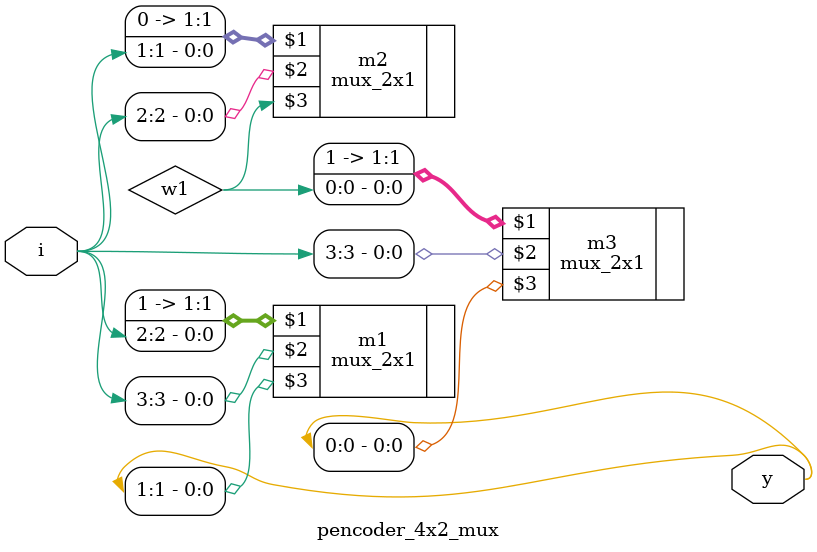
<source format=v>
`timescale 1ns / 1ps


module pencoder_4x2_mux(
input [3:0]i, output [1:0]y);
wire w1;

mux_2x1 m1({1'b1,i[2]},i[3],y[1]);
mux_2x1 m2({1'b0,i[1]},i[2],w1);
mux_2x1 m3({1'b1,w1},i[3],y[0]);
 
endmodule

</source>
